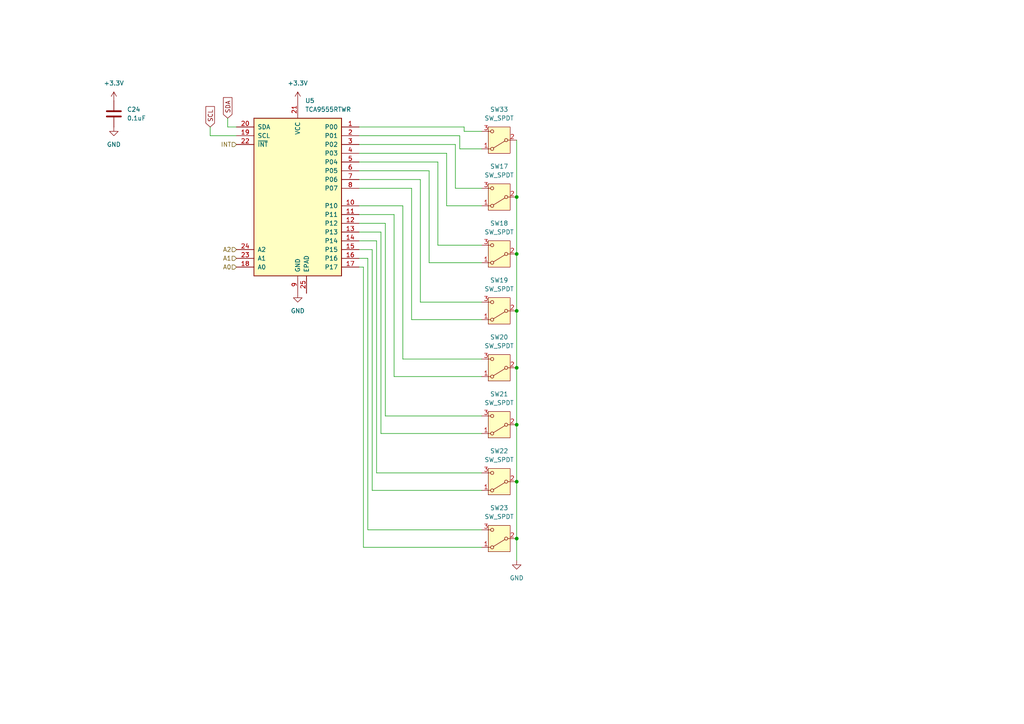
<source format=kicad_sch>
(kicad_sch (version 20250114) (generator "eeschema") (generator_version "9.0")
  (paper "A4")
  (lib_symbols
    (symbol "Device:C" (pin_numbers (hide yes)) (pin_names (offset 0.254))
      (property "Reference" "C" (at 0.635 2.54 0))
      (property "Value" "C" (at 0.635 -2.54 0))
      (symbol "C_0_1"
        (polyline (pts (xy -2.032 0.762) (xy 2.032 0.762)) (stroke (width 0.508)))
        (polyline (pts (xy -2.032 -0.762) (xy 2.032 -0.762)) (stroke (width 0.508)))
      )
      (symbol "C_1_1"
        (pin passive line (at 0 3.81 270) (length 2.794) (name "~") (number "1"))
        (pin passive line (at 0 -3.81 90) (length 2.794) (name "~") (number "2"))
      )
    )
    (symbol "Interface_Expansion:TCA9555RTWR" (pin_names (offset 1.016))
      (property "Reference" "U" (at -11.43 24.13 0))
      (property "Value" "TCA9555RTWR" (at 0 0 0))
      (symbol "TCA9555RTWR_0_1"
        (rectangle (start -12.7 22.86) (end 12.7 -22.86) (stroke (width 0.254)) (fill (type background)))
      )
      (symbol "TCA9555RTWR_1_1"
        (pin bidirectional line (at -17.78 20.32 0) (length 5.08) (name "SDA") (number "20"))
        (pin input line (at -17.78 17.78 0) (length 5.08) (name "SCL") (number "19"))
        (pin open_collector line (at -17.78 15.24 0) (length 5.08) (name "~{INT}") (number "22"))
        (pin input line (at -17.78 -15.24 0) (length 5.08) (name "A2") (number "24"))
        (pin input line (at -17.78 -17.78 0) (length 5.08) (name "A1") (number "23"))
        (pin input line (at -17.78 -20.32 0) (length 5.08) (name "A0") (number "18"))
        (pin power_in line (at 0 27.94 270) (length 5.08) (name "VCC") (number "21"))
        (pin power_in line (at 0 -27.94 90) (length 5.08) (name "GND") (number "9"))
        (pin input line (at 2.54 -27.94 90) (length 5.08) (name "EPAD") (number "25"))
        (pin bidirectional line (at 17.78 20.32 180) (length 5.08) (name "P00") (number "1"))
        (pin bidirectional line (at 17.78 17.78 180) (length 5.08) (name "P01") (number "2"))
        (pin bidirectional line (at 17.78 15.24 180) (length 5.08) (name "P02") (number "3"))
        (pin bidirectional line (at 17.78 12.7 180) (length 5.08) (name "P03") (number "4"))
        (pin bidirectional line (at 17.78 10.16 180) (length 5.08) (name "P04") (number "5"))
        (pin bidirectional line (at 17.78 7.62 180) (length 5.08) (name "P05") (number "6"))
        (pin bidirectional line (at 17.78 5.08 180) (length 5.08) (name "P06") (number "7"))
        (pin bidirectional line (at 17.78 2.54 180) (length 5.08) (name "P07") (number "8"))
        (pin bidirectional line (at 17.78 -2.54 180) (length 5.08) (name "P10") (number "10"))
        (pin bidirectional line (at 17.78 -5.08 180) (length 5.08) (name "P11") (number "11"))
        (pin bidirectional line (at 17.78 -7.62 180) (length 5.08) (name "P12") (number "12"))
        (pin bidirectional line (at 17.78 -10.16 180) (length 5.08) (name "P13") (number "13"))
        (pin bidirectional line (at 17.78 -12.7 180) (length 5.08) (name "P14") (number "14"))
        (pin bidirectional line (at 17.78 -15.24 180) (length 5.08) (name "P15") (number "15"))
        (pin bidirectional line (at 17.78 -17.78 180) (length 5.08) (name "P16") (number "16"))
        (pin bidirectional line (at 17.78 -20.32 180) (length 5.08) (name "P17") (number "17"))
      )
    )
    (symbol "Switch:SW_SPDT" (pin_names (offset 0) (hide yes))
      (property "Reference" "SW" (at 0 5.08 0))
      (property "Value" "SW_SPDT" (at 0 -5.08 0))
      (symbol "SW_SPDT_0_1"
        (circle (center -2.032 0) (radius 0.4572))
        (polyline (pts (xy -1.651 0.254) (xy 1.651 2.286)))
        (circle (center 2.032 2.54) (radius 0.4572))
        (circle (center 2.032 -2.54) (radius 0.4572))
      )
      (symbol "SW_SPDT_1_1"
        (rectangle (start -3.175 3.81) (end 3.175 -3.81) (fill (type background)))
        (pin passive line (at -5.08 0 0) (length 2.54) (name "B") (number "2"))
        (pin passive line (at 5.08 2.54 180) (length 2.54) (name "A") (number "1"))
        (pin passive line (at 5.08 -2.54 180) (length 2.54) (name "C") (number "3"))
      )
    )
    (symbol "power:+3.3V" (power) (pin_numbers (hide yes)) (pin_names (offset 0) (hide yes))
      (property "Value" "+3.3V" (at 0 3.556 0))
      (symbol "+3.3V_0_1"
        (polyline (pts (xy -0.762 1.27) (xy 0 2.54)))
        (polyline (pts (xy 0 2.54) (xy 0.762 1.27)))
        (polyline (pts (xy 0 0) (xy 0 2.54)))
      )
      (symbol "+3.3V_1_1"
        (pin power_in line (at 0 0 90) (length 0) (name "~") (number "1"))
      )
    )
    (symbol "power:GND" (power) (pin_numbers (hide yes)) (pin_names (offset 0) (hide yes))
      (property "Value" "GND" (at 0 -3.81 0))
      (symbol "GND_0_1"
        (polyline (pts (xy 0 0) (xy 0 -1.27) (xy 1.27 -1.27) (xy 0 -2.54) (xy -1.27 -1.27) (xy 0 -1.27)))
      )
      (symbol "GND_1_1"
        (pin power_in line (at 0 0 270) (length 0) (name "~") (number "1"))
      )
    )
  )
  (junction (at 149.86 106.68))
  (junction (at 149.86 139.7))
  (junction (at 149.86 73.66))
  (junction (at 149.86 156.21))
  (junction (at 149.86 57.15))
  (junction (at 149.86 123.19))
  (junction (at 149.86 90.17))
  (wire (pts (xy 119.38 92.71) (xy 119.38 54.61)))
  (wire (pts (xy 121.92 52.07) (xy 104.14 52.07)))
  (wire (pts (xy 139.7 76.2) (xy 124.46 76.2)))
  (wire (pts (xy 114.3 109.22) (xy 114.3 62.23)))
  (wire (pts (xy 139.7 104.14) (xy 116.84 104.14)))
  (wire (pts (xy 149.86 73.66) (xy 149.86 90.17)))
  (wire (pts (xy 139.7 71.12) (xy 127 71.12)))
  (wire (pts (xy 107.95 72.39) (xy 104.14 72.39)))
  (wire (pts (xy 139.7 43.18) (xy 133.35 43.18)))
  (wire (pts (xy 139.7 92.71) (xy 119.38 92.71)))
  (wire (pts (xy 104.14 77.47) (xy 105.41 77.47)))
  (wire (pts (xy 60.96 36.83) (xy 60.96 39.37)))
  (wire (pts (xy 109.22 137.16) (xy 109.22 69.85)))
  (wire (pts (xy 139.7 54.61) (xy 132.08 54.61)))
  (wire (pts (xy 133.35 43.18) (xy 133.35 39.37)))
  (wire (pts (xy 116.84 59.69) (xy 104.14 59.69)))
  (wire (pts (xy 66.04 36.83) (xy 68.58 36.83)))
  (wire (pts (xy 124.46 76.2) (xy 124.46 49.53)))
  (wire (pts (xy 139.7 59.69) (xy 129.54 59.69)))
  (wire (pts (xy 114.3 62.23) (xy 104.14 62.23)))
  (wire (pts (xy 60.96 39.37) (xy 68.58 39.37)))
  (wire (pts (xy 139.7 125.73) (xy 110.49 125.73)))
  (wire (pts (xy 139.7 142.24) (xy 107.95 142.24)))
  (wire (pts (xy 106.68 74.93) (xy 104.14 74.93)))
  (wire (pts (xy 133.35 39.37) (xy 104.14 39.37)))
  (wire (pts (xy 149.86 40.64) (xy 149.86 57.15)))
  (wire (pts (xy 139.7 109.22) (xy 114.3 109.22)))
  (wire (pts (xy 149.86 57.15) (xy 149.86 73.66)))
  (wire (pts (xy 111.76 64.77) (xy 104.14 64.77)))
  (wire (pts (xy 139.7 87.63) (xy 121.92 87.63)))
  (wire (pts (xy 132.08 41.91) (xy 104.14 41.91)))
  (wire (pts (xy 139.7 137.16) (xy 109.22 137.16)))
  (wire (pts (xy 149.86 156.21) (xy 149.86 162.56)))
  (wire (pts (xy 116.84 104.14) (xy 116.84 59.69)))
  (wire (pts (xy 121.92 87.63) (xy 121.92 52.07)))
  (wire (pts (xy 109.22 69.85) (xy 104.14 69.85)))
  (wire (pts (xy 119.38 54.61) (xy 104.14 54.61)))
  (wire (pts (xy 66.04 34.29) (xy 66.04 36.83)))
  (wire (pts (xy 139.7 38.1) (xy 134.62 38.1)))
  (wire (pts (xy 149.86 90.17) (xy 149.86 106.68)))
  (wire (pts (xy 134.62 38.1) (xy 134.62 36.83)))
  (wire (pts (xy 110.49 67.31) (xy 104.14 67.31)))
  (wire (pts (xy 106.68 153.67) (xy 106.68 74.93)))
  (wire (pts (xy 149.86 106.68) (xy 149.86 123.19)))
  (wire (pts (xy 132.08 54.61) (xy 132.08 41.91)))
  (wire (pts (xy 105.41 77.47) (xy 105.41 158.75)))
  (wire (pts (xy 105.41 158.75) (xy 139.7 158.75)))
  (wire (pts (xy 124.46 49.53) (xy 104.14 49.53)))
  (wire (pts (xy 127 71.12) (xy 127 46.99)))
  (wire (pts (xy 111.76 120.65) (xy 111.76 64.77)))
  (wire (pts (xy 129.54 59.69) (xy 129.54 44.45)))
  (wire (pts (xy 107.95 142.24) (xy 107.95 72.39)))
  (wire (pts (xy 149.86 123.19) (xy 149.86 139.7)))
  (wire (pts (xy 129.54 44.45) (xy 104.14 44.45)))
  (wire (pts (xy 104.14 36.83) (xy 134.62 36.83)))
  (wire (pts (xy 110.49 125.73) (xy 110.49 67.31)))
  (wire (pts (xy 139.7 153.67) (xy 106.68 153.67)))
  (wire (pts (xy 149.86 139.7) (xy 149.86 156.21)))
  (wire (pts (xy 139.7 120.65) (xy 111.76 120.65)))
  (wire (pts (xy 127 46.99) (xy 104.14 46.99)))
  (global_label "SDA" (shape input) (at 66.04 34.29 90) (property "Intersheetrefs" "${INTERSHEET_REFS}" (effects (hide yes))))
  (global_label "SCL" (shape input) (at 60.96 36.83 90) (property "Intersheetrefs" "${INTERSHEET_REFS}" (effects (hide yes))))
  (hierarchical_label "A1" (shape input) (at 68.58 74.93 180))
  (hierarchical_label "A0" (shape input) (at 68.58 77.47 180))
  (hierarchical_label "INT" (shape input) (at 68.58 41.91 180))
  (hierarchical_label "A2" (shape input) (at 68.58 72.39 180))
  (symbol (lib_id "Switch:SW_SPDT") (at 144.78 40.64 180) (unit 1)
    (property "Reference" "SW33" (at 144.78 31.75 0))
    (property "Value" "SW_SPDT" (at 144.78 34.29 0))
    (property "Footprint" "Connector_PinSocket_2.54mm:PinSocket_1x03_P2.54mm_Vertical" (effects (hide yes)))
    (property "Description" "Switch, single pole double throw" (effects (hide yes)))
    (property "LCSC Part Number" "C146690" (effects (hide yes)))
  )
  (symbol (lib_id "Device:C") (at 33.02 33.02 0) (unit 1)
    (property "Reference" "C24" (at 36.83 31.7499 0) (effects (justify left)))
    (property "Value" "0.1uF" (at 36.83 34.2899 0) (effects (justify left)))
    (property "Footprint" "Capacitor_SMD:C_0603_1608Metric" (effects (hide yes)))
    (property "Description" "Unpolarized capacitor" (effects (hide yes)))
    (property "LCSC Part Number" "C14663" (effects (hide yes)))
  )
  (symbol (lib_id "power:GND") (at 149.86 162.56 0) (unit 1)
    (property "Reference" "#PWR065" (effects (hide yes)))
    (property "Value" "GND" (at 149.86 167.64 0))
    (property "Description" "Power symbol creates a global label with name \"GND\" , ground" (effects (hide yes)))
  )
  (symbol (lib_id "Switch:SW_SPDT") (at 144.78 123.19 180) (unit 1)
    (property "Reference" "SW21" (at 144.78 114.3 0))
    (property "Value" "SW_SPDT" (at 144.78 116.84 0))
    (property "Footprint" "Connector_PinSocket_2.54mm:PinSocket_1x03_P2.54mm_Vertical" (effects (hide yes)))
    (property "Description" "Switch, single pole double throw" (effects (hide yes)))
    (property "LCSC Part Number" "C146690" (effects (hide yes)))
  )
  (symbol (lib_id "Interface_Expansion:TCA9555RTWR") (at 86.36 57.15 0) (unit 1)
    (property "Reference" "U5" (at 88.5033 29.21 0) (effects (justify left)))
    (property "Value" "TCA9555RTWR" (at 88.5033 31.75 0) (effects (justify left)))
    (property "Footprint" "Package_DFN_QFN:WQFN-24-1EP_4x4mm_P0.5mm_EP2.45x2.45mm" (effects (hide yes)))
    (property "Datasheet" "http://www.ti.com/lit/ds/symlink/tca9555.pdf" (effects (hide yes)))
    (property "Description" "16-bit I/O expander, I2C and SMBus interface, interrupts, w/ pull-ups, QFN-24" (effects (hide yes)))
    (property "LCSC Part Number" "C140277" (effects (hide yes)))
  )
  (symbol (lib_id "power:GND") (at 86.36 85.09 0) (unit 1)
    (property "Reference" "#PWR064" (effects (hide yes)))
    (property "Value" "GND" (at 86.36 90.17 0))
    (property "Description" "Power symbol creates a global label with name \"GND\" , ground" (effects (hide yes)))
  )
  (symbol (lib_id "Switch:SW_SPDT") (at 144.78 73.66 180) (unit 1)
    (property "Reference" "SW18" (at 144.78 64.77 0))
    (property "Value" "SW_SPDT" (at 144.78 67.31 0))
    (property "Footprint" "Connector_PinSocket_2.54mm:PinSocket_1x03_P2.54mm_Vertical" (effects (hide yes)))
    (property "Description" "Switch, single pole double throw" (effects (hide yes)))
    (property "LCSC Part Number" "C146690" (effects (hide yes)))
  )
  (symbol (lib_id "power:+3.3V") (at 86.36 29.21 0) (unit 1)
    (property "Reference" "#PWR063" (effects (hide yes)))
    (property "Value" "+3.3V" (at 86.36 24.13 0))
    (property "Description" "Power symbol creates a global label with name \"+3.3V\"" (effects (hide yes)))
  )
  (symbol (lib_id "power:+3.3V") (at 33.02 29.21 0) (unit 1)
    (property "Reference" "#PWR068" (effects (hide yes)))
    (property "Value" "+3.3V" (at 33.02 24.13 0))
    (property "Description" "Power symbol creates a global label with name \"+3.3V\"" (effects (hide yes)))
  )
  (symbol (lib_id "Switch:SW_SPDT") (at 144.78 106.68 180) (unit 1)
    (property "Reference" "SW20" (at 144.78 97.79 0))
    (property "Value" "SW_SPDT" (at 144.78 100.33 0))
    (property "Footprint" "Connector_PinSocket_2.54mm:PinSocket_1x03_P2.54mm_Vertical" (effects (hide yes)))
    (property "Description" "Switch, single pole double throw" (effects (hide yes)))
    (property "LCSC Part Number" "C146690" (effects (hide yes)))
  )
  (symbol (lib_id "Switch:SW_SPDT") (at 144.78 90.17 180) (unit 1)
    (property "Reference" "SW19" (at 144.78 81.28 0))
    (property "Value" "SW_SPDT" (at 144.78 83.82 0))
    (property "Footprint" "Connector_PinSocket_2.54mm:PinSocket_1x03_P2.54mm_Vertical" (effects (hide yes)))
    (property "Description" "Switch, single pole double throw" (effects (hide yes)))
    (property "LCSC Part Number" "C146690" (effects (hide yes)))
  )
  (symbol (lib_id "power:GND") (at 33.02 36.83 0) (unit 1)
    (property "Reference" "#PWR069" (effects (hide yes)))
    (property "Value" "GND" (at 33.02 41.91 0))
    (property "Description" "Power symbol creates a global label with name \"GND\" , ground" (effects (hide yes)))
  )
  (symbol (lib_id "Switch:SW_SPDT") (at 144.78 156.21 180) (unit 1)
    (property "Reference" "SW23" (at 144.78 147.32 0))
    (property "Value" "SW_SPDT" (at 144.78 149.86 0))
    (property "Footprint" "Connector_PinSocket_2.54mm:PinSocket_1x03_P2.54mm_Vertical" (effects (hide yes)))
    (property "Description" "Switch, single pole double throw" (effects (hide yes)))
    (property "LCSC Part Number" "C146690" (effects (hide yes)))
  )
  (symbol (lib_id "Switch:SW_SPDT") (at 144.78 139.7 180) (unit 1)
    (property "Reference" "SW22" (at 144.78 130.81 0))
    (property "Value" "SW_SPDT" (at 144.78 133.35 0))
    (property "Footprint" "Connector_PinSocket_2.54mm:PinSocket_1x03_P2.54mm_Vertical" (effects (hide yes)))
    (property "Description" "Switch, single pole double throw" (effects (hide yes)))
    (property "LCSC Part Number" "C146690" (effects (hide yes)))
  )
  (symbol (lib_id "Switch:SW_SPDT") (at 144.78 57.15 180) (unit 1)
    (property "Reference" "SW17" (at 144.78 48.26 0))
    (property "Value" "SW_SPDT" (at 144.78 50.8 0))
    (property "Footprint" "Connector_PinSocket_2.54mm:PinSocket_1x03_P2.54mm_Vertical" (effects (hide yes)))
    (property "Description" "Switch, single pole double throw" (effects (hide yes)))
    (property "LCSC Part Number" "C146690" (effects (hide yes)))
  )
)
</source>
